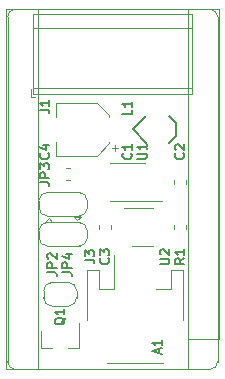
<source format=gbr>
%TF.GenerationSoftware,KiCad,Pcbnew,5.1.6+dfsg1-1~bpo10+1*%
%TF.CreationDate,Date%
%TF.ProjectId,ProMicro_ZPM,50726f4d-6963-4726-9f5f-5a504d2e6b69,v1.0*%
%TF.SameCoordinates,Original*%
%TF.FileFunction,Legend,Top*%
%TF.FilePolarity,Positive*%
%FSLAX45Y45*%
G04 Gerber Fmt 4.5, Leading zero omitted, Abs format (unit mm)*
G04 Created by KiCad*
%MOMM*%
%LPD*%
G01*
G04 APERTURE LIST*
%TA.AperFunction,Profile*%
%ADD10C,0.100000*%
%TD*%
%ADD11C,0.120000*%
%ADD12C,0.127000*%
%ADD13C,0.200000*%
%ADD14R,1.680000X1.880000*%
%ADD15C,0.150000*%
%ADD16R,0.800000X0.900000*%
%ADD17C,2.100000*%
%ADD18R,2.100000X2.100000*%
%ADD19R,1.060000X0.650000*%
%ADD20R,1.000000X1.500000*%
%ADD21O,1.600000X1.600000*%
%ADD22R,1.600000X1.600000*%
G04 APERTURE END LIST*
D10*
X-63500Y-127000D02*
G75*
G02*
X-127000Y-63500I0J63500D01*
G01*
X1651000Y-63500D02*
G75*
G02*
X1587500Y-127000I-63500J0D01*
G01*
X1587500Y2921000D02*
G75*
G02*
X1651000Y2857500I0J-63500D01*
G01*
X-127000Y2857500D02*
G75*
G02*
X-63500Y2921000I63500J0D01*
G01*
X-127000Y-63500D02*
X-127000Y2857500D01*
X1587500Y-127000D02*
X-63500Y-127000D01*
X1651000Y2857500D02*
X1651000Y-63500D01*
X-63500Y2921000D02*
X1587500Y2921000D01*
D11*
X282000Y2131000D02*
X282000Y2011000D01*
X282000Y1679000D02*
X282000Y1799000D01*
X627556Y1679000D02*
X282000Y1679000D01*
X627556Y2131000D02*
X282000Y2131000D01*
X734000Y2024556D02*
X734000Y2011000D01*
X734000Y1785444D02*
X734000Y1799000D01*
X734000Y1785444D02*
X627556Y1679000D01*
X734000Y2024556D02*
X627556Y2131000D01*
X808000Y1749000D02*
X758000Y1749000D01*
X783000Y1724000D02*
X783000Y1774000D01*
X889000Y1621500D02*
X739000Y1621500D01*
X889000Y1621500D02*
X1039000Y1621500D01*
X889000Y1299500D02*
X739000Y1299500D01*
X889000Y1299500D02*
X1176500Y1299500D01*
X1384500Y1095778D02*
X1384500Y1063222D01*
X1282500Y1095778D02*
X1282500Y1063222D01*
X177500Y478000D02*
X177500Y538000D01*
X387500Y408000D02*
X247500Y408000D01*
X457500Y538000D02*
X457500Y478000D01*
X247500Y608000D02*
X387500Y608000D01*
X177500Y538000D02*
G75*
G02*
X247500Y608000I70000J0D01*
G01*
X247500Y408000D02*
G75*
G02*
X177500Y478000I0J70000D01*
G01*
X457500Y478000D02*
G75*
G02*
X387500Y408000I-70000J0D01*
G01*
X387500Y608000D02*
G75*
G02*
X457500Y538000I0J-70000D01*
G01*
X546500Y287000D02*
X546500Y712000D01*
X546500Y712000D02*
X648500Y712000D01*
X648500Y712000D02*
X648500Y552000D01*
X648500Y552000D02*
X776500Y552000D01*
X776500Y552000D02*
X776500Y841000D01*
X1358500Y287000D02*
X1358500Y712000D01*
X1358500Y712000D02*
X1256500Y712000D01*
X1256500Y712000D02*
X1256500Y552000D01*
X1256500Y552000D02*
X1128500Y552000D01*
X718500Y-70000D02*
X1186500Y-70000D01*
X647500Y1063222D02*
X647500Y1095778D01*
X749500Y1063222D02*
X749500Y1095778D01*
X159500Y51000D02*
X252500Y51000D01*
X475500Y51000D02*
X382500Y51000D01*
X475500Y51000D02*
X475500Y267000D01*
X159500Y51000D02*
X159500Y197000D01*
X92000Y2255000D02*
X1432000Y2255000D01*
X92000Y2765000D02*
X1432000Y2765000D01*
X92000Y2877000D02*
X1432000Y2877000D01*
X92000Y2203000D02*
X1432000Y2203000D01*
X92000Y2877000D02*
X92000Y2203000D01*
X1432000Y2877000D02*
X1432000Y2203000D01*
X68000Y2243000D02*
X68000Y2179000D01*
X68000Y2179000D02*
X108000Y2179000D01*
X926000Y918500D02*
X1106000Y918500D01*
X1106000Y1240500D02*
X861000Y1240500D01*
D12*
X1044005Y2018137D02*
X930868Y1905000D01*
X930868Y1905000D02*
X1044005Y1791863D01*
X1241995Y1791863D02*
X1302099Y1851967D01*
X1302099Y1851967D02*
X1302099Y1958033D01*
X1302099Y1958033D02*
X1241995Y2018137D01*
D11*
X397278Y1473000D02*
X364722Y1473000D01*
X397278Y1575000D02*
X364722Y1575000D01*
X1282500Y1444222D02*
X1282500Y1476778D01*
X1384500Y1444222D02*
X1384500Y1476778D01*
X222900Y1150000D02*
X252900Y1120000D01*
X192900Y1120000D02*
X252900Y1120000D01*
X222900Y1150000D02*
X192900Y1120000D01*
X137900Y1240000D02*
X137900Y1300000D01*
X482900Y1170000D02*
X202900Y1170000D01*
X547900Y1300000D02*
X547900Y1240000D01*
X202900Y1370000D02*
X482900Y1370000D01*
X137900Y1300000D02*
G75*
G02*
X207900Y1370000I70000J0D01*
G01*
X207900Y1170000D02*
G75*
G02*
X137900Y1240000I0J70000D01*
G01*
X547900Y1240000D02*
G75*
G02*
X477900Y1170000I-70000J0D01*
G01*
X477900Y1370000D02*
G75*
G02*
X547900Y1300000I0J-70000D01*
G01*
X462900Y1136000D02*
X432900Y1166000D01*
X492900Y1166000D02*
X432900Y1166000D01*
X462900Y1136000D02*
X492900Y1166000D01*
X547900Y1046000D02*
X547900Y986000D01*
X202900Y1116000D02*
X482900Y1116000D01*
X137900Y986000D02*
X137900Y1046000D01*
X482900Y916000D02*
X202900Y916000D01*
X547900Y986000D02*
G75*
G02*
X477900Y916000I-70000J0D01*
G01*
X477900Y1116000D02*
G75*
G02*
X547900Y1046000I0J-70000D01*
G01*
X137900Y1046000D02*
G75*
G02*
X207900Y1116000I70000J0D01*
G01*
X207900Y916000D02*
G75*
G02*
X137900Y986000I0J70000D01*
G01*
X-140000Y-127000D02*
X1397000Y-127000D01*
X-140000Y2921000D02*
X-140000Y-127000D01*
X1664000Y2921000D02*
X-140000Y2921000D01*
X1397000Y-127000D02*
X1397000Y2921000D01*
X1397000Y127000D02*
X1664000Y127000D01*
X127000Y-127000D02*
X127000Y2921000D01*
X1664000Y127000D02*
X1664000Y2921000D01*
D13*
X917571Y1701167D02*
X921381Y1697357D01*
X925190Y1685929D01*
X925190Y1678310D01*
X921381Y1666881D01*
X913762Y1659262D01*
X906143Y1655452D01*
X890905Y1651643D01*
X879476Y1651643D01*
X864238Y1655452D01*
X856619Y1659262D01*
X849000Y1666881D01*
X845190Y1678310D01*
X845190Y1685929D01*
X849000Y1697357D01*
X852809Y1701167D01*
X925190Y1777357D02*
X925190Y1731643D01*
X925190Y1754500D02*
X845190Y1754500D01*
X856619Y1746881D01*
X864238Y1739262D01*
X868048Y1731643D01*
X972190Y1653548D02*
X1036952Y1653548D01*
X1044571Y1657357D01*
X1048381Y1661167D01*
X1052190Y1668786D01*
X1052190Y1684024D01*
X1048381Y1691643D01*
X1044571Y1695452D01*
X1036952Y1699262D01*
X972190Y1699262D01*
X1052190Y1779262D02*
X1052190Y1733548D01*
X1052190Y1756405D02*
X972190Y1756405D01*
X983619Y1748786D01*
X991238Y1741167D01*
X995048Y1733548D01*
X1369690Y812167D02*
X1331595Y785500D01*
X1369690Y766452D02*
X1289690Y766452D01*
X1289690Y796929D01*
X1293500Y804548D01*
X1297310Y808357D01*
X1304929Y812167D01*
X1316357Y812167D01*
X1323976Y808357D01*
X1327786Y804548D01*
X1331595Y796929D01*
X1331595Y766452D01*
X1369690Y888357D02*
X1369690Y842643D01*
X1369690Y865500D02*
X1289690Y865500D01*
X1301119Y857881D01*
X1308738Y850262D01*
X1312548Y842643D01*
X337190Y695333D02*
X394333Y695333D01*
X405762Y691524D01*
X413381Y683905D01*
X417190Y672476D01*
X417190Y664857D01*
X417190Y733429D02*
X337190Y733429D01*
X337190Y763905D01*
X341000Y771524D01*
X344810Y775333D01*
X352428Y779143D01*
X363857Y779143D01*
X371476Y775333D01*
X375286Y771524D01*
X379095Y763905D01*
X379095Y733429D01*
X363857Y847714D02*
X417190Y847714D01*
X333381Y828667D02*
X390524Y809619D01*
X390524Y859143D01*
X527690Y798833D02*
X584833Y798833D01*
X596262Y795024D01*
X603881Y787405D01*
X607690Y775976D01*
X607690Y768357D01*
X527690Y829310D02*
X527690Y878833D01*
X558167Y852167D01*
X558167Y863595D01*
X561976Y871214D01*
X565786Y875024D01*
X573405Y878833D01*
X592452Y878833D01*
X600071Y875024D01*
X603881Y871214D01*
X607690Y863595D01*
X607690Y840738D01*
X603881Y833119D01*
X600071Y829310D01*
X727071Y812167D02*
X730881Y808357D01*
X734690Y796929D01*
X734690Y789310D01*
X730881Y777881D01*
X723262Y770262D01*
X715643Y766452D01*
X700405Y762643D01*
X688976Y762643D01*
X673738Y766452D01*
X666119Y770262D01*
X658500Y777881D01*
X654690Y789310D01*
X654690Y796929D01*
X658500Y808357D01*
X662310Y812167D01*
X654690Y838833D02*
X654690Y888357D01*
X685167Y861690D01*
X685167Y873119D01*
X688976Y880738D01*
X692786Y884548D01*
X700405Y888357D01*
X719452Y888357D01*
X727071Y884548D01*
X730881Y880738D01*
X734690Y873119D01*
X734690Y850262D01*
X730881Y842643D01*
X727071Y838833D01*
X361309Y309881D02*
X357500Y302262D01*
X349881Y294643D01*
X338452Y283214D01*
X334643Y275595D01*
X334643Y267976D01*
X353690Y271786D02*
X349881Y264167D01*
X342262Y256548D01*
X327024Y252738D01*
X300357Y252738D01*
X285119Y256548D01*
X277500Y264167D01*
X273690Y271786D01*
X273690Y287024D01*
X277500Y294643D01*
X285119Y302262D01*
X300357Y306072D01*
X327024Y306072D01*
X342262Y302262D01*
X349881Y294643D01*
X353690Y287024D01*
X353690Y271786D01*
X353690Y382262D02*
X353690Y336548D01*
X353690Y359405D02*
X273690Y359405D01*
X285119Y351786D01*
X292738Y344167D01*
X296548Y336548D01*
X146690Y2068833D02*
X203833Y2068833D01*
X215262Y2065024D01*
X222881Y2057405D01*
X226690Y2045976D01*
X226690Y2038357D01*
X226690Y2148833D02*
X226690Y2103119D01*
X226690Y2125976D02*
X146690Y2125976D01*
X158119Y2118357D01*
X165738Y2110738D01*
X169548Y2103119D01*
X1162690Y764548D02*
X1227452Y764548D01*
X1235071Y768357D01*
X1238881Y772167D01*
X1242690Y779786D01*
X1242690Y795024D01*
X1238881Y802643D01*
X1235071Y806452D01*
X1227452Y810262D01*
X1162690Y810262D01*
X1170310Y844548D02*
X1166500Y848357D01*
X1162690Y855976D01*
X1162690Y875024D01*
X1166500Y882643D01*
X1170310Y886452D01*
X1177929Y890262D01*
X1185548Y890262D01*
X1196976Y886452D01*
X1242690Y840738D01*
X1242690Y890262D01*
X925190Y2071272D02*
X925190Y2033177D01*
X845190Y2033177D01*
X925190Y2139843D02*
X925190Y2094129D01*
X925190Y2116986D02*
X845190Y2116986D01*
X856619Y2109367D01*
X864238Y2101748D01*
X868048Y2094129D01*
X219071Y1701167D02*
X222881Y1697357D01*
X226690Y1685929D01*
X226690Y1678310D01*
X222881Y1666881D01*
X215262Y1659262D01*
X207643Y1655452D01*
X192405Y1651643D01*
X180976Y1651643D01*
X165738Y1655452D01*
X158119Y1659262D01*
X150500Y1666881D01*
X146690Y1678310D01*
X146690Y1685929D01*
X150500Y1697357D01*
X154310Y1701167D01*
X173357Y1769738D02*
X226690Y1769738D01*
X142881Y1750690D02*
X200024Y1731643D01*
X200024Y1781167D01*
X1362071Y1701167D02*
X1365881Y1697357D01*
X1369690Y1685929D01*
X1369690Y1678310D01*
X1365881Y1666881D01*
X1358262Y1659262D01*
X1350643Y1655452D01*
X1335405Y1651643D01*
X1323976Y1651643D01*
X1308738Y1655452D01*
X1301119Y1659262D01*
X1293500Y1666881D01*
X1289690Y1678310D01*
X1289690Y1685929D01*
X1293500Y1697357D01*
X1297310Y1701167D01*
X1297310Y1731643D02*
X1293500Y1735452D01*
X1289690Y1743071D01*
X1289690Y1762119D01*
X1293500Y1769738D01*
X1297310Y1773548D01*
X1304929Y1777357D01*
X1312548Y1777357D01*
X1323976Y1773548D01*
X1369690Y1727833D01*
X1369690Y1777357D01*
X146690Y1457333D02*
X203833Y1457333D01*
X215262Y1453524D01*
X222881Y1445905D01*
X226690Y1434476D01*
X226690Y1426857D01*
X226690Y1495429D02*
X146690Y1495429D01*
X146690Y1525905D01*
X150500Y1533524D01*
X154310Y1537333D01*
X161929Y1541143D01*
X173357Y1541143D01*
X180976Y1537333D01*
X184786Y1533524D01*
X188595Y1525905D01*
X188595Y1495429D01*
X146690Y1567810D02*
X146690Y1617333D01*
X177167Y1590667D01*
X177167Y1602095D01*
X180976Y1609714D01*
X184786Y1613524D01*
X192405Y1617333D01*
X211452Y1617333D01*
X219071Y1613524D01*
X222881Y1609714D01*
X226690Y1602095D01*
X226690Y1579238D01*
X222881Y1571619D01*
X219071Y1567810D01*
X210190Y695333D02*
X267333Y695333D01*
X278762Y691524D01*
X286381Y683905D01*
X290190Y672476D01*
X290190Y664857D01*
X290190Y733429D02*
X210190Y733429D01*
X210190Y763905D01*
X214000Y771524D01*
X217809Y775333D01*
X225428Y779143D01*
X236857Y779143D01*
X244476Y775333D01*
X248286Y771524D01*
X252095Y763905D01*
X252095Y733429D01*
X217809Y809619D02*
X214000Y813429D01*
X210190Y821048D01*
X210190Y840095D01*
X214000Y847714D01*
X217809Y851524D01*
X225428Y855333D01*
X233048Y855333D01*
X244476Y851524D01*
X290190Y805810D01*
X290190Y855333D01*
X1156333Y6357D02*
X1156333Y44452D01*
X1179190Y-1262D02*
X1099190Y25405D01*
X1179190Y52071D01*
X1179190Y120643D02*
X1179190Y74929D01*
X1179190Y97786D02*
X1099190Y97786D01*
X1110619Y90167D01*
X1118238Y82548D01*
X1122048Y74929D01*
%LPC*%
G36*
G01*
X458000Y1960000D02*
X458000Y1850000D01*
G75*
G02*
X433000Y1825000I-25000J0D01*
G01*
X223000Y1825000D01*
G75*
G02*
X198000Y1850000I0J25000D01*
G01*
X198000Y1960000D01*
G75*
G02*
X223000Y1985000I25000J0D01*
G01*
X433000Y1985000D01*
G75*
G02*
X458000Y1960000I0J-25000D01*
G01*
G37*
G36*
G01*
X818000Y1960000D02*
X818000Y1850000D01*
G75*
G02*
X793000Y1825000I-25000J0D01*
G01*
X583000Y1825000D01*
G75*
G02*
X558000Y1850000I0J25000D01*
G01*
X558000Y1960000D01*
G75*
G02*
X583000Y1985000I25000J0D01*
G01*
X793000Y1985000D01*
G75*
G02*
X818000Y1960000I0J-25000D01*
G01*
G37*
D14*
X889000Y1460500D03*
G36*
G01*
X746500Y1368000D02*
X746500Y1353000D01*
G75*
G02*
X739000Y1345500I-7500J0D01*
G01*
X609000Y1345500D01*
G75*
G02*
X601500Y1353000I0J7500D01*
G01*
X601500Y1368000D01*
G75*
G02*
X609000Y1375500I7500J0D01*
G01*
X739000Y1375500D01*
G75*
G02*
X746500Y1368000I0J-7500D01*
G01*
G37*
G36*
G01*
X746500Y1418000D02*
X746500Y1403000D01*
G75*
G02*
X739000Y1395500I-7500J0D01*
G01*
X609000Y1395500D01*
G75*
G02*
X601500Y1403000I0J7500D01*
G01*
X601500Y1418000D01*
G75*
G02*
X609000Y1425500I7500J0D01*
G01*
X739000Y1425500D01*
G75*
G02*
X746500Y1418000I0J-7500D01*
G01*
G37*
G36*
G01*
X746500Y1468000D02*
X746500Y1453000D01*
G75*
G02*
X739000Y1445500I-7500J0D01*
G01*
X609000Y1445500D01*
G75*
G02*
X601500Y1453000I0J7500D01*
G01*
X601500Y1468000D01*
G75*
G02*
X609000Y1475500I7500J0D01*
G01*
X739000Y1475500D01*
G75*
G02*
X746500Y1468000I0J-7500D01*
G01*
G37*
G36*
G01*
X746500Y1518000D02*
X746500Y1503000D01*
G75*
G02*
X739000Y1495500I-7500J0D01*
G01*
X609000Y1495500D01*
G75*
G02*
X601500Y1503000I0J7500D01*
G01*
X601500Y1518000D01*
G75*
G02*
X609000Y1525500I7500J0D01*
G01*
X739000Y1525500D01*
G75*
G02*
X746500Y1518000I0J-7500D01*
G01*
G37*
G36*
G01*
X746500Y1568000D02*
X746500Y1553000D01*
G75*
G02*
X739000Y1545500I-7500J0D01*
G01*
X609000Y1545500D01*
G75*
G02*
X601500Y1553000I0J7500D01*
G01*
X601500Y1568000D01*
G75*
G02*
X609000Y1575500I7500J0D01*
G01*
X739000Y1575500D01*
G75*
G02*
X746500Y1568000I0J-7500D01*
G01*
G37*
G36*
G01*
X1176500Y1568000D02*
X1176500Y1553000D01*
G75*
G02*
X1169000Y1545500I-7500J0D01*
G01*
X1039000Y1545500D01*
G75*
G02*
X1031500Y1553000I0J7500D01*
G01*
X1031500Y1568000D01*
G75*
G02*
X1039000Y1575500I7500J0D01*
G01*
X1169000Y1575500D01*
G75*
G02*
X1176500Y1568000I0J-7500D01*
G01*
G37*
G36*
G01*
X1176500Y1518000D02*
X1176500Y1503000D01*
G75*
G02*
X1169000Y1495500I-7500J0D01*
G01*
X1039000Y1495500D01*
G75*
G02*
X1031500Y1503000I0J7500D01*
G01*
X1031500Y1518000D01*
G75*
G02*
X1039000Y1525500I7500J0D01*
G01*
X1169000Y1525500D01*
G75*
G02*
X1176500Y1518000I0J-7500D01*
G01*
G37*
G36*
G01*
X1176500Y1468000D02*
X1176500Y1453000D01*
G75*
G02*
X1169000Y1445500I-7500J0D01*
G01*
X1039000Y1445500D01*
G75*
G02*
X1031500Y1453000I0J7500D01*
G01*
X1031500Y1468000D01*
G75*
G02*
X1039000Y1475500I7500J0D01*
G01*
X1169000Y1475500D01*
G75*
G02*
X1176500Y1468000I0J-7500D01*
G01*
G37*
G36*
G01*
X1176500Y1418000D02*
X1176500Y1403000D01*
G75*
G02*
X1169000Y1395500I-7500J0D01*
G01*
X1039000Y1395500D01*
G75*
G02*
X1031500Y1403000I0J7500D01*
G01*
X1031500Y1418000D01*
G75*
G02*
X1039000Y1425500I7500J0D01*
G01*
X1169000Y1425500D01*
G75*
G02*
X1176500Y1418000I0J-7500D01*
G01*
G37*
G36*
G01*
X1176500Y1368000D02*
X1176500Y1353000D01*
G75*
G02*
X1169000Y1345500I-7500J0D01*
G01*
X1039000Y1345500D01*
G75*
G02*
X1031500Y1353000I0J7500D01*
G01*
X1031500Y1368000D01*
G75*
G02*
X1039000Y1375500I7500J0D01*
G01*
X1169000Y1375500D01*
G75*
G02*
X1176500Y1368000I0J-7500D01*
G01*
G37*
G36*
G01*
X1307875Y1044500D02*
X1359125Y1044500D01*
G75*
G02*
X1381000Y1022625I0J-21875D01*
G01*
X1381000Y978875D01*
G75*
G02*
X1359125Y957000I-21875J0D01*
G01*
X1307875Y957000D01*
G75*
G02*
X1286000Y978875I0J21875D01*
G01*
X1286000Y1022625D01*
G75*
G02*
X1307875Y1044500I21875J0D01*
G01*
G37*
G36*
G01*
X1307875Y1202000D02*
X1359125Y1202000D01*
G75*
G02*
X1381000Y1180125I0J-21875D01*
G01*
X1381000Y1136375D01*
G75*
G02*
X1359125Y1114500I-21875J0D01*
G01*
X1307875Y1114500D01*
G75*
G02*
X1286000Y1136375I0J21875D01*
G01*
X1286000Y1180125D01*
G75*
G02*
X1307875Y1202000I21875J0D01*
G01*
G37*
D15*
G36*
X382500Y582940D02*
G01*
X384953Y582940D01*
X389836Y582459D01*
X394649Y581502D01*
X399344Y580077D01*
X403878Y578200D01*
X408205Y575886D01*
X412285Y573160D01*
X416078Y570048D01*
X419548Y566578D01*
X422660Y562785D01*
X425386Y558705D01*
X427699Y554378D01*
X429577Y549845D01*
X431002Y545149D01*
X431959Y540337D01*
X432440Y535453D01*
X432440Y533000D01*
X432500Y533000D01*
X432500Y483000D01*
X432440Y483000D01*
X432440Y480547D01*
X431959Y475663D01*
X431002Y470851D01*
X429577Y466155D01*
X427699Y461622D01*
X425386Y457295D01*
X422660Y453215D01*
X419548Y449422D01*
X416078Y445952D01*
X412285Y442840D01*
X408205Y440114D01*
X403878Y437800D01*
X399344Y435923D01*
X394649Y434498D01*
X389836Y433541D01*
X384953Y433060D01*
X382500Y433060D01*
X382500Y433000D01*
X332500Y433000D01*
X332500Y583000D01*
X382500Y583000D01*
X382500Y582940D01*
G37*
G36*
X302500Y433000D02*
G01*
X252500Y433000D01*
X252500Y433060D01*
X250047Y433060D01*
X245163Y433541D01*
X240351Y434498D01*
X235655Y435923D01*
X231122Y437800D01*
X226795Y440114D01*
X222715Y442840D01*
X218922Y445952D01*
X215452Y449422D01*
X212340Y453215D01*
X209614Y457295D01*
X207300Y461622D01*
X205423Y466155D01*
X203998Y470851D01*
X203041Y475663D01*
X202560Y480547D01*
X202560Y483000D01*
X202500Y483000D01*
X202500Y533000D01*
X202560Y533000D01*
X202560Y535453D01*
X203041Y540337D01*
X203998Y545149D01*
X205423Y549845D01*
X207300Y554378D01*
X209614Y558705D01*
X212340Y562785D01*
X215452Y566578D01*
X218922Y570048D01*
X222715Y573160D01*
X226795Y575886D01*
X231122Y578200D01*
X235655Y580077D01*
X240351Y581502D01*
X245163Y582459D01*
X250047Y582940D01*
X252500Y582940D01*
X252500Y583000D01*
X302500Y583000D01*
X302500Y433000D01*
G37*
G36*
G01*
X1212500Y-54000D02*
X1212500Y236000D01*
G75*
G02*
X1237500Y261000I25000J0D01*
G01*
X1337500Y261000D01*
G75*
G02*
X1362500Y236000I0J-25000D01*
G01*
X1362500Y-54000D01*
G75*
G02*
X1337500Y-79000I-25000J0D01*
G01*
X1237500Y-79000D01*
G75*
G02*
X1212500Y-54000I0J25000D01*
G01*
G37*
G36*
G01*
X542500Y-54000D02*
X542500Y236000D01*
G75*
G02*
X567500Y261000I25000J0D01*
G01*
X667500Y261000D01*
G75*
G02*
X692500Y236000I0J-25000D01*
G01*
X692500Y-54000D01*
G75*
G02*
X667500Y-79000I-25000J0D01*
G01*
X567500Y-79000D01*
G75*
G02*
X542500Y-54000I0J25000D01*
G01*
G37*
G36*
G01*
X1002500Y516000D02*
X1002500Y816000D01*
G75*
G02*
X1027500Y841000I25000J0D01*
G01*
X1077500Y841000D01*
G75*
G02*
X1102500Y816000I0J-25000D01*
G01*
X1102500Y516000D01*
G75*
G02*
X1077500Y491000I-25000J0D01*
G01*
X1027500Y491000D01*
G75*
G02*
X1002500Y516000I0J25000D01*
G01*
G37*
G36*
G01*
X802500Y516000D02*
X802500Y816000D01*
G75*
G02*
X827500Y841000I25000J0D01*
G01*
X877500Y841000D01*
G75*
G02*
X902500Y816000I0J-25000D01*
G01*
X902500Y516000D01*
G75*
G02*
X877500Y491000I-25000J0D01*
G01*
X827500Y491000D01*
G75*
G02*
X802500Y516000I0J25000D01*
G01*
G37*
G36*
G01*
X724125Y1114500D02*
X672875Y1114500D01*
G75*
G02*
X651000Y1136375I0J21875D01*
G01*
X651000Y1180125D01*
G75*
G02*
X672875Y1202000I21875J0D01*
G01*
X724125Y1202000D01*
G75*
G02*
X746000Y1180125I0J-21875D01*
G01*
X746000Y1136375D01*
G75*
G02*
X724125Y1114500I-21875J0D01*
G01*
G37*
G36*
G01*
X724125Y957000D02*
X672875Y957000D01*
G75*
G02*
X651000Y978875I0J21875D01*
G01*
X651000Y1022625D01*
G75*
G02*
X672875Y1044500I21875J0D01*
G01*
X724125Y1044500D01*
G75*
G02*
X746000Y1022625I0J-21875D01*
G01*
X746000Y978875D01*
G75*
G02*
X724125Y957000I-21875J0D01*
G01*
G37*
D16*
X317500Y27000D03*
X222500Y227000D03*
X412500Y227000D03*
D17*
X1270000Y2540000D03*
X1016000Y2540000D03*
X762000Y2540000D03*
X508000Y2540000D03*
D18*
X254000Y2540000D03*
D19*
X1126000Y1174500D03*
X1126000Y984500D03*
X906000Y984500D03*
X906000Y1079500D03*
X906000Y1174500D03*
D15*
G36*
X1051076Y1755000D02*
G01*
X1143000Y1846924D01*
X1234924Y1755000D01*
X1143000Y1663076D01*
X1051076Y1755000D01*
G37*
G36*
X1051076Y2055000D02*
G01*
X1143000Y2146924D01*
X1234924Y2055000D01*
X1143000Y1963076D01*
X1051076Y2055000D01*
G37*
G36*
G01*
X346000Y1549625D02*
X346000Y1498375D01*
G75*
G02*
X324125Y1476500I-21875J0D01*
G01*
X280375Y1476500D01*
G75*
G02*
X258500Y1498375I0J21875D01*
G01*
X258500Y1549625D01*
G75*
G02*
X280375Y1571500I21875J0D01*
G01*
X324125Y1571500D01*
G75*
G02*
X346000Y1549625I0J-21875D01*
G01*
G37*
G36*
G01*
X503500Y1549625D02*
X503500Y1498375D01*
G75*
G02*
X481625Y1476500I-21875J0D01*
G01*
X437875Y1476500D01*
G75*
G02*
X416000Y1498375I0J21875D01*
G01*
X416000Y1549625D01*
G75*
G02*
X437875Y1571500I21875J0D01*
G01*
X481625Y1571500D01*
G75*
G02*
X503500Y1549625I0J-21875D01*
G01*
G37*
G36*
G01*
X1359125Y1495500D02*
X1307875Y1495500D01*
G75*
G02*
X1286000Y1517375I0J21875D01*
G01*
X1286000Y1561125D01*
G75*
G02*
X1307875Y1583000I21875J0D01*
G01*
X1359125Y1583000D01*
G75*
G02*
X1381000Y1561125I0J-21875D01*
G01*
X1381000Y1517375D01*
G75*
G02*
X1359125Y1495500I-21875J0D01*
G01*
G37*
G36*
G01*
X1359125Y1338000D02*
X1307875Y1338000D01*
G75*
G02*
X1286000Y1359875I0J21875D01*
G01*
X1286000Y1403625D01*
G75*
G02*
X1307875Y1425500I21875J0D01*
G01*
X1359125Y1425500D01*
G75*
G02*
X1381000Y1403625I0J-21875D01*
G01*
X1381000Y1359875D01*
G75*
G02*
X1359125Y1338000I-21875J0D01*
G01*
G37*
G36*
X267900Y1195000D02*
G01*
X212900Y1195000D01*
X212900Y1195060D01*
X210447Y1195060D01*
X205563Y1195541D01*
X200751Y1196498D01*
X196055Y1197923D01*
X191522Y1199801D01*
X187195Y1202114D01*
X183115Y1204840D01*
X179322Y1207952D01*
X175852Y1211422D01*
X172740Y1215215D01*
X170014Y1219295D01*
X167701Y1223622D01*
X165823Y1228156D01*
X164398Y1232851D01*
X163441Y1237664D01*
X162960Y1242547D01*
X162960Y1245000D01*
X162900Y1245000D01*
X162900Y1295000D01*
X162960Y1295000D01*
X162960Y1297453D01*
X163441Y1302337D01*
X164398Y1307149D01*
X165823Y1311845D01*
X167701Y1316378D01*
X170014Y1320705D01*
X172740Y1324785D01*
X175852Y1328578D01*
X179322Y1332048D01*
X183115Y1335160D01*
X187195Y1337886D01*
X191522Y1340200D01*
X196055Y1342077D01*
X200751Y1343502D01*
X205563Y1344459D01*
X210447Y1344940D01*
X212900Y1344940D01*
X212900Y1345000D01*
X267900Y1345000D01*
X267900Y1195000D01*
G37*
D20*
X342900Y1270000D03*
D15*
G36*
X472900Y1344940D02*
G01*
X475353Y1344940D01*
X480236Y1344459D01*
X485049Y1343502D01*
X489744Y1342077D01*
X494278Y1340200D01*
X498605Y1337886D01*
X502685Y1335160D01*
X506478Y1332048D01*
X509948Y1328578D01*
X513060Y1324785D01*
X515786Y1320705D01*
X518099Y1316378D01*
X519977Y1311845D01*
X521402Y1307149D01*
X522359Y1302337D01*
X522840Y1297453D01*
X522840Y1295000D01*
X522900Y1295000D01*
X522900Y1245000D01*
X522840Y1245000D01*
X522840Y1242547D01*
X522359Y1237664D01*
X521402Y1232851D01*
X519977Y1228156D01*
X518099Y1223622D01*
X515786Y1219295D01*
X513060Y1215215D01*
X509948Y1211422D01*
X506478Y1207952D01*
X502685Y1204840D01*
X498605Y1202114D01*
X494278Y1199801D01*
X489744Y1197923D01*
X485049Y1196498D01*
X480236Y1195541D01*
X475353Y1195060D01*
X472900Y1195060D01*
X472900Y1195000D01*
X417900Y1195000D01*
X417900Y1345000D01*
X472900Y1345000D01*
X472900Y1344940D01*
G37*
G36*
X417900Y1091000D02*
G01*
X472900Y1091000D01*
X472900Y1090940D01*
X475353Y1090940D01*
X480236Y1090459D01*
X485049Y1089502D01*
X489744Y1088077D01*
X494278Y1086200D01*
X498605Y1083886D01*
X502685Y1081160D01*
X506478Y1078048D01*
X509948Y1074578D01*
X513060Y1070785D01*
X515786Y1066705D01*
X518099Y1062378D01*
X519977Y1057845D01*
X521402Y1053149D01*
X522359Y1048336D01*
X522840Y1043453D01*
X522840Y1041000D01*
X522900Y1041000D01*
X522900Y991000D01*
X522840Y991000D01*
X522840Y988547D01*
X522359Y983663D01*
X521402Y978851D01*
X519977Y974155D01*
X518099Y969622D01*
X515786Y965295D01*
X513060Y961215D01*
X509948Y957422D01*
X506478Y953952D01*
X502685Y950840D01*
X498605Y948114D01*
X494278Y945800D01*
X489744Y943923D01*
X485049Y942498D01*
X480236Y941541D01*
X475353Y941060D01*
X472900Y941060D01*
X472900Y941000D01*
X417900Y941000D01*
X417900Y1091000D01*
G37*
D20*
X342900Y1016000D03*
D15*
G36*
X212900Y941060D02*
G01*
X210447Y941060D01*
X205563Y941541D01*
X200751Y942498D01*
X196055Y943923D01*
X191522Y945800D01*
X187195Y948114D01*
X183115Y950840D01*
X179322Y953952D01*
X175852Y957422D01*
X172740Y961215D01*
X170014Y965295D01*
X167701Y969622D01*
X165823Y974155D01*
X164398Y978851D01*
X163441Y983663D01*
X162960Y988547D01*
X162960Y991000D01*
X162900Y991000D01*
X162900Y1041000D01*
X162960Y1041000D01*
X162960Y1043453D01*
X163441Y1048336D01*
X164398Y1053149D01*
X165823Y1057845D01*
X167701Y1062378D01*
X170014Y1066705D01*
X172740Y1070785D01*
X175852Y1074578D01*
X179322Y1078048D01*
X183115Y1081160D01*
X187195Y1083886D01*
X191522Y1086200D01*
X196055Y1088077D01*
X200751Y1089502D01*
X205563Y1090459D01*
X210447Y1090940D01*
X212900Y1090940D01*
X212900Y1091000D01*
X267900Y1091000D01*
X267900Y941000D01*
X212900Y941000D01*
X212900Y941060D01*
G37*
D21*
X0Y0D03*
X0Y254000D03*
X0Y508000D03*
X1524000Y2794000D03*
X0Y762000D03*
X1524000Y2540000D03*
X0Y1016000D03*
X1524000Y2286000D03*
X0Y1270000D03*
X1524000Y2032000D03*
X0Y1524000D03*
X1524000Y1778000D03*
X0Y1778000D03*
X1524000Y1524000D03*
X0Y2032000D03*
X1524000Y1270000D03*
X0Y2286000D03*
X1524000Y1016000D03*
X0Y2540000D03*
X1524000Y762000D03*
X0Y2794000D03*
X1524000Y508000D03*
X1524000Y254000D03*
D22*
X1524000Y0D03*
M02*

</source>
